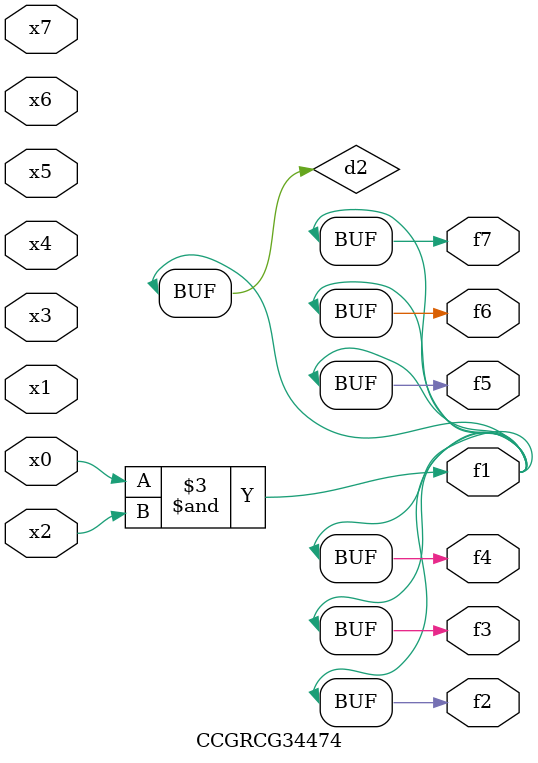
<source format=v>
module CCGRCG34474(
	input x0, x1, x2, x3, x4, x5, x6, x7,
	output f1, f2, f3, f4, f5, f6, f7
);

	wire d1, d2;

	nor (d1, x3, x6);
	and (d2, x0, x2);
	assign f1 = d2;
	assign f2 = d2;
	assign f3 = d2;
	assign f4 = d2;
	assign f5 = d2;
	assign f6 = d2;
	assign f7 = d2;
endmodule

</source>
